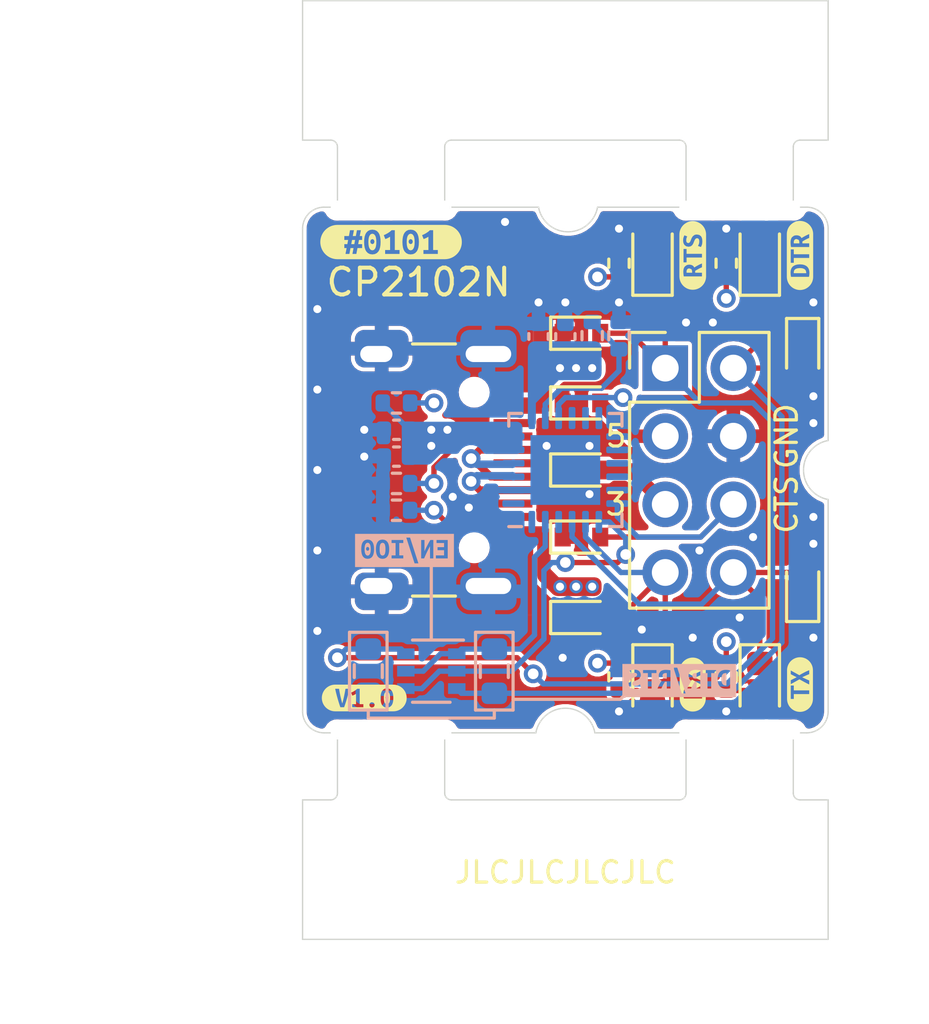
<source format=kicad_pcb>
(kicad_pcb (version 20211014) (generator pcbnew)
  (title_block (title "#0102 SERIAL-SP2102N") (date "2022-10-02") (rev "V1.0") (company "TileParts"))
  (layers (0 "F.Cu" signal) (1 "In1.Cu" signal) (2 "In2.Cu" signal) (31 "B.Cu" signal) (34 "B.Paste" user) (35 "F.Paste" user) (36 "B.SilkS" user "B.Silkscreen") (37 "F.SilkS" user "F.Silkscreen") (38 "B.Mask" user) (39 "F.Mask" user) (44 "Edge.Cuts" user))
  (net 0 "")
  (net 1 "VDD")
  (net 2 "GND")
  (net 3 "VBUS")
  (net 4 "/RXD")
  (net 5 "/TXD")
  (net 6 "/CTS")
  (net 7 "/DTR{slash}RESET")
  (net 8 "/RTS{slash}BOOT")
  (net 10 "Net-(J1-PadA5)")
  (net 11 "/D-")
  (net 12 "/D+")
  (net 14 "Net-(J1-PadB5)")
  (net 15 "Net-(R1-Pad2)")
  (net 16 "Net-(R3-Pad2)")
  (net 17 "/DTR")
  (net 18 "/RTS")
  (net 30 "Net-(D1-Pad2)")
  (net 31 "Net-(D2-Pad2)")
  (net 32 "Net-(D3-Pad2)")
  (net 33 "Net-(D4-Pad2)")
  (footprint "JLC-SMT:JLC_CRAFT_EDGE_3P" (layer "F.Cu") (at 116.5 119.795 180)
    (fp_text reference "REF**" hide)
    (fp_text value "JLC_CRAFT_EDGE")
    (pad "" np_thru_hole circle (at 2 0 180) (size 0.5 0.5) (drill 0.5) (layers *.Cu *.Mask))
    (pad "" np_thru_hole circle (at -2 0 180) (size 0.5 0.5) (drill 0.5) (layers *.Cu *.Mask))
    (pad "" np_thru_hole circle (at 1 0 180) (size 0.5 0.5) (drill 0.5) (layers *.Cu *.Mask))
    (pad "" np_thru_hole circle (at -1 0 180) (size 0.5 0.5) (drill 0.5) (layers *.Cu *.Mask))
    (pad "" np_thru_hole circle (at 0 0 180) (size 0.5 0.5) (drill 0.5) (layers *.Cu *.Mask))
  )
  (footprint "kibuzzard-63395349" (layer "F.Cu") (at 114.75 118 90)
    (fp_text reference "kibuzzard-63395349" hide)
    (fp_text value "G***" hide)
  )
  (footprint "JLC-SMT:JLC_CRAFT_EDGE_3P" (layer "F.Cu") (at 103.5 119.795 180)
    (fp_text reference "REF**" hide)
    (fp_text value "JLC_CRAFT_EDGE")
    (pad "" np_thru_hole circle (at -1 0 180) (size 0.5 0.5) (drill 0.5) (layers *.Cu *.Mask))
    (pad "" np_thru_hole circle (at 0 0 180) (size 0.5 0.5) (drill 0.5) (layers *.Cu *.Mask))
    (pad "" np_thru_hole circle (at 2 0 180) (size 0.5 0.5) (drill 0.5) (layers *.Cu *.Mask))
    (pad "" np_thru_hole circle (at -2 0 180) (size 0.5 0.5) (drill 0.5) (layers *.Cu *.Mask))
    (pad "" np_thru_hole circle (at 1 0 180) (size 0.5 0.5) (drill 0.5) (layers *.Cu *.Mask))
  )
  (footprint "LED_SMD:LED_0603_1608Metric" (layer "F.Cu") (at 117.25 118 -90)
    (fp_text reference "D1" hide)
    (fp_text value "LED_YEL")
    (pad "1" smd roundrect (at -0.7875 0 270) (size 0.875 0.95) (layers "F.Cu" "F.Paste" "F.Mask") (net 5 "/TXD"))
    (pad "2" smd roundrect (at 0.7875 0 270) (size 0.875 0.95) (layers "F.Cu" "F.Paste" "F.Mask") (net 30 "Net-(D1-Pad2)"))
  )
  (footprint "Resistor_SMD:R_0402_1005Metric" (layer "F.Cu") (at 116 102.29 90)
    (fp_text reference "R15" hide)
    (fp_text value "1.5K")
    (pad "1" smd roundrect (at -0.51 0 90) (size 0.54 0.64) (layers "F.Cu" "F.Paste" "F.Mask") (net 1 "VDD"))
    (pad "2" smd roundrect (at 0.51 0 90) (size 0.54 0.64) (layers "F.Cu" "F.Paste" "F.Mask") (net 33 "Net-(D4-Pad2)"))
  )
  (footprint "Diode_SMD:D_SOD-523" (layer "F.Cu") (at 110.6 110)
    (fp_text reference "D6" hide)
    (fp_text value "LESD5Z5.0CT1G")
    (pad "1" smd rect (at -0.7 0 180) (size 0.6 0.7) (layers "F.Cu" "F.Paste" "F.Mask") (net 2 "GND"))
    (pad "2" smd rect (at 0.7 0 180) (size 0.6 0.7) (layers "F.Cu" "F.Paste" "F.Mask") (net 1 "VDD"))
  )
  (footprint "JLC-SMT:HRO_TYPE-C-31-M-12" (layer "F.Cu") (at 106.6 110 -90)
    (fp_text reference "J1" hide)
    (fp_text value "USB-C")
    (pad "" np_thru_hole circle locked (at 2.9 0 270) (size 0.65 0.65) (drill 0.65) (layers F&B.Cu *.Mask))
    (pad "" np_thru_hole circle locked (at -2.9 0 270) (size 0.65 0.65) (drill 0.65) (layers F&B.Cu *.Mask))
    (pad "A1" smd rect locked (at -3.2 -1.445 270) (size 0.6 1.45) (layers "F.Cu" "F.Paste" "F.Mask") (net 2 "GND"))
    (pad "A4" smd rect locked (at -2.4 -1.445 270) (size 0.6 1.45) (layers "F.Cu" "F.Paste" "F.Mask") (net 3 "VBUS"))
    (pad "A5" smd rect locked (at -1.25 -1.445 270) (size 0.3 1.45) (layers "F.Cu" "F.Paste" "F.Mask") (net 10 "Net-(J1-PadA5)"))
    (pad "A6" smd rect locked (at -0.25 -1.445 270) (size 0.3 1.45) (layers "F.Cu" "F.Paste" "F.Mask") (net 12 "/D+"))
    (pad "A7" smd rect locked (at 0.25 -1.445 270) (size 0.3 1.45) (layers "F.Cu" "F.Paste" "F.Mask") (net 11 "/D-"))
    (pad "A8" smd rect locked (at 1.25 -1.445 270) (size 0.3 1.45) (layers "F.Cu" "F.Paste" "F.Mask"))
    (pad "A9" smd rect locked (at 2.4 -1.445 270) (size 0.6 1.45) (layers "F.Cu" "F.Paste" "F.Mask") (net 3 "VBUS"))
    (pad "A12" smd rect locked (at 3.2 -1.445 270) (size 0.6 1.45) (layers "F.Cu" "F.Paste" "F.Mask") (net 2 "GND"))
    (pad "B1" smd rect locked (at 3.2 -1.445 270) (size 0.6 1.45) (layers "F.Cu" "F.Paste" "F.Mask") (net 2 "GND"))
    (pad "B4" smd rect locked (at 2.4 -1.445 270) (size 0.6 1.45) (layers "F.Cu" "F.Paste" "F.Mask") (net 3 "VBUS"))
    (pad "B5" smd rect locked (at 1.75 -1.445 270) (size 0.3 1.45) (layers "F.Cu" "F.Paste" "F.Mask") (net 14 "Net-(J1-PadB5)"))
    (pad "B6" smd rect locked (at 0.75 -1.445 270) (size 0.3 1.45) (layers "F.Cu" "F.Paste" "F.Mask") (net 12 "/D+"))
    (pad "B7" smd rect locked (at -0.75 -1.445 270) (size 0.3 1.45) (layers "F.Cu" "F.Paste" "F.Mask") (net 11 "/D-"))
    (pad "B8" smd rect locked (at -1.75 -1.445 270) (size 0.3 1.45) (layers "F.Cu" "F.Paste" "F.Mask"))
    (pad "B9" smd rect locked (at -2.4 -1.445 270) (size 0.6 1.45) (layers "F.Cu" "F.Paste" "F.Mask") (net 3 "VBUS"))
    (pad "B12" smd rect locked (at -3.2 -1.445 270) (size 0.6 1.45) (layers "F.Cu" "F.Paste" "F.Mask") (net 2 "GND"))
    (pad "S1" thru_hole roundrect locked (at 4.325 -0.53 270) (size 1.4 2.1) (drill oval 0.6 1.7 (offset 0.2 0)) (layers *.Cu *.Mask) (net 2 "GND"))
    (pad "S1" thru_hole roundrect locked (at -4.325 3.65 270) (size 1.4 2) (drill oval 0.6 1.2 (offset -0.2 -0.2)) (layers *.Cu *.Mask) (net 2 "GND"))
    (pad "S1" thru_hole roundrect locked (at 4.325 3.65 270) (size 1.4 2) (drill oval 0.6 1.2 (offset 0.2 -0.2)) (layers *.Cu *.Mask) (net 2 "GND"))
    (pad "S1" thru_hole roundrect locked (at -4.325 -0.53 270) (size 1.4 2.1) (drill oval 0.6 1.7 (offset -0.2 0)) (layers *.Cu *.Mask) (net 2 "GND"))
  )
  (footprint "Diode_SMD:D_SOD-523" (layer "F.Cu") (at 110.6 115.5)
    (fp_text reference "D8" hide)
    (fp_text value "LESD5Z5.0CT1G")
    (pad "1" smd rect (at -0.7 0 180) (size 0.6 0.7) (layers "F.Cu" "F.Paste" "F.Mask") (net 2 "GND"))
    (pad "2" smd rect (at 0.7 0 180) (size 0.6 0.7) (layers "F.Cu" "F.Paste" "F.Mask") (net 4 "/RXD"))
  )
  (footprint "LED_SMD:LED_0603_1608Metric" (layer "F.Cu") (at 113.25 102 90)
    (fp_text reference "D3" hide)
    (fp_text value "LED_BLU")
    (pad "1" smd roundrect (at -0.7875 0 90) (size 0.875 0.95) (layers "F.Cu" "F.Paste" "F.Mask") (net 8 "/RTS{slash}BOOT"))
    (pad "2" smd roundrect (at 0.7875 0 90) (size 0.875 0.95) (layers "F.Cu" "F.Paste" "F.Mask") (net 32 "Net-(D3-Pad2)"))
  )
  (footprint "kibuzzard-6339534D" (layer "F.Cu") (at 118.75 118 90)
    (fp_text reference "kibuzzard-6339534D" hide)
    (fp_text value "G***" hide)
  )
  (footprint "Connector_PinHeader_2.54mm:PinHeader_2x04_P2.54mm_Vertical" (layer "F.Cu") (at 113.725 106.2)
    (fp_text reference "J2" hide)
    (fp_text value "Conn_02x04_Odd_Even")
    (pad "1" thru_hole rect locked (at 0 0) (size 1.7 1.7) (drill 1) (layers *.Cu *.Mask) (net 8 "/RTS{slash}BOOT"))
    (pad "2" thru_hole oval locked (at 2.54 0) (size 1.7 1.7) (drill 1) (layers *.Cu *.Mask) (net 7 "/DTR{slash}RESET"))
    (pad "3" thru_hole oval locked (at 0 2.54) (size 1.7 1.7) (drill 1) (layers *.Cu *.Mask) (net 3 "VBUS"))
    (pad "4" thru_hole oval locked (at 2.54 2.54) (size 1.7 1.7) (drill 1) (layers *.Cu *.Mask) (net 2 "GND"))
    (pad "5" thru_hole oval locked (at 0 5.08) (size 1.7 1.7) (drill 1) (layers *.Cu *.Mask) (net 1 "VDD"))
    (pad "6" thru_hole oval locked (at 2.54 5.08) (size 1.7 1.7) (drill 1) (layers *.Cu *.Mask) (net 6 "/CTS"))
    (pad "7" thru_hole oval locked (at 0 7.62) (size 1.7 1.7) (drill 1) (layers *.Cu *.Mask) (net 4 "/RXD"))
    (pad "8" thru_hole oval locked (at 2.54 7.62) (size 1.7 1.7) (drill 1) (layers *.Cu *.Mask) (net 5 "/TXD"))
  )
  (footprint "LED_SMD:LED_0603_1608Metric" (layer "F.Cu") (at 117.25 102 90)
    (fp_text reference "D4" hide)
    (fp_text value "LED_RED")
    (pad "1" smd roundrect (at -0.7875 0 90) (size 0.875 0.95) (layers "F.Cu" "F.Paste" "F.Mask") (net 7 "/DTR{slash}RESET"))
    (pad "2" smd roundrect (at 0.7875 0 90) (size 0.875 0.95) (layers "F.Cu" "F.Paste" "F.Mask") (net 33 "Net-(D4-Pad2)"))
  )
  (footprint "JLC-SMT:JLC_CRAFT_EDGE_3P" (layer "F.Cu") (at 103.5 100.205)
    (fp_text reference "REF**" hide)
    (fp_text value "JLC_CRAFT_EDGE")
    (pad "" np_thru_hole circle (at 1 0) (size 0.5 0.5) (drill 0.5) (layers *.Cu *.Mask))
    (pad "" np_thru_hole circle (at -2 0) (size 0.5 0.5) (drill 0.5) (layers *.Cu *.Mask))
    (pad "" np_thru_hole circle (at -1 0) (size 0.5 0.5) (drill 0.5) (layers *.Cu *.Mask))
    (pad "" np_thru_hole circle (at 0 0) (size 0.5 0.5) (drill 0.5) (layers *.Cu *.Mask))
    (pad "" np_thru_hole circle (at 2 0) (size 0.5 0.5) (drill 0.5) (layers *.Cu *.Mask))
  )
  (footprint "JLC-SMT:JLC_CRAFT_EDGE_3P" (layer "F.Cu") (at 116.5 100.205)
    (fp_text reference "REF**" hide)
    (fp_text value "JLC_CRAFT_EDGE")
    (pad "" np_thru_hole circle (at 2 0) (size 0.5 0.5) (drill 0.5) (layers *.Cu *.Mask))
    (pad "" np_thru_hole circle (at -2 0) (size 0.5 0.5) (drill 0.5) (layers *.Cu *.Mask))
    (pad "" np_thru_hole circle (at -1 0) (size 0.5 0.5) (drill 0.5) (layers *.Cu *.Mask))
    (pad "" np_thru_hole circle (at 1 0) (size 0.5 0.5) (drill 0.5) (layers *.Cu *.Mask))
    (pad "" np_thru_hole circle (at 0 0) (size 0.5 0.5) (drill 0.5) (layers *.Cu *.Mask))
  )
  (footprint "Resistor_SMD:R_0402_1005Metric" (layer "F.Cu") (at 116 117.71 -90)
    (fp_text reference "R12" hide)
    (fp_text value "1.5K")
    (pad "1" smd roundrect (at -0.51 0 270) (size 0.54 0.64) (layers "F.Cu" "F.Paste" "F.Mask") (net 1 "VDD"))
    (pad "2" smd roundrect (at 0.51 0 270) (size 0.54 0.64) (layers "F.Cu" "F.Paste" "F.Mask") (net 30 "Net-(D1-Pad2)"))
  )
  (footprint "Diode_SMD:D_SOD-523" (layer "F.Cu") (at 110.6 107.5)
    (fp_text reference "D5" hide)
    (fp_text value "LESD5Z5.0CT1G")
    (pad "1" smd rect (at -0.7 0 180) (size 0.6 0.7) (layers "F.Cu" "F.Paste" "F.Mask") (net 2 "GND"))
    (pad "2" smd rect (at 0.7 0 180) (size 0.6 0.7) (layers "F.Cu" "F.Paste" "F.Mask") (net 3 "VBUS"))
  )
  (footprint "kibuzzard-63353A37" (layer "F.Cu") (at 118.75 102 90)
    (fp_text reference "kibuzzard-63353A37" hide)
    (fp_text value "G***" hide)
  )
  (footprint "Diode_SMD:D_SOD-523" (layer "F.Cu") (at 118.85 105.5 -90)
    (fp_text reference "D10" hide)
    (fp_text value "LESD5Z5.0CT1G")
    (pad "1" smd rect (at -0.7 0 90) (size 0.6 0.7) (layers "F.Cu" "F.Paste" "F.Mask") (net 2 "GND"))
    (pad "2" smd rect (at 0.7 0 90) (size 0.6 0.7) (layers "F.Cu" "F.Paste" "F.Mask") (net 7 "/DTR{slash}RESET"))
  )
  (footprint "LED_SMD:LED_0603_1608Metric" (layer "F.Cu") (at 113.25 118 -90)
    (fp_text reference "D2" hide)
    (fp_text value "LED_YEL")
    (pad "1" smd roundrect (at -0.7875 0 270) (size 0.875 0.95) (layers "F.Cu" "F.Paste" "F.Mask") (net 4 "/RXD"))
    (pad "2" smd roundrect (at 0.7875 0 270) (size 0.875 0.95) (layers "F.Cu" "F.Paste" "F.Mask") (net 31 "Net-(D2-Pad2)"))
  )
  (footprint "Resistor_SMD:R_0402_1005Metric" (layer "F.Cu") (at 112 117.71 -90)
    (fp_text reference "R13" hide)
    (fp_text value "1.5K")
    (pad "1" smd roundrect (at -0.51 0 270) (size 0.54 0.64) (layers "F.Cu" "F.Paste" "F.Mask") (net 1 "VDD"))
    (pad "2" smd roundrect (at 0.51 0 270) (size 0.54 0.64) (layers "F.Cu" "F.Paste" "F.Mask") (net 31 "Net-(D2-Pad2)"))
  )
  (footprint "Diode_SMD:D_SOD-523" (layer "F.Cu") (at 110.6 112.5)
    (fp_text reference "D11" hide)
    (fp_text value "LESD5Z5.0CT1G")
    (pad "1" smd rect (at -0.7 0 180) (size 0.6 0.7) (layers "F.Cu" "F.Paste" "F.Mask") (net 2 "GND"))
    (pad "2" smd rect (at 0.7 0 180) (size 0.6 0.7) (layers "F.Cu" "F.Paste" "F.Mask") (net 6 "/CTS"))
  )
  (footprint "Diode_SMD:D_SOD-523" (layer "F.Cu") (at 110.6 104.9)
    (fp_text reference "D9" hide)
    (fp_text value "LESD5Z5.0CT1G")
    (pad "1" smd rect (at -0.7 0 180) (size 0.6 0.7) (layers "F.Cu" "F.Paste" "F.Mask") (net 2 "GND"))
    (pad "2" smd rect (at 0.7 0 180) (size 0.6 0.7) (layers "F.Cu" "F.Paste" "F.Mask") (net 8 "/RTS{slash}BOOT"))
  )
  (footprint "Diode_SMD:D_SOD-523" (layer "F.Cu") (at 118.85 114.5 90)
    (fp_text reference "D7" hide)
    (fp_text value "LESD5Z5.0CT1G")
    (pad "1" smd rect (at -0.7 0 270) (size 0.6 0.7) (layers "F.Cu" "F.Paste" "F.Mask") (net 2 "GND"))
    (pad "2" smd rect (at 0.68 0 270) (size 0.6 0.7) (layers "F.Cu" "F.Paste" "F.Mask") (net 5 "/TXD"))
  )
  (footprint "Resistor_SMD:R_0402_1005Metric" (layer "F.Cu") (at 112 102.29 90)
    (fp_text reference "R14" hide)
    (fp_text value "1.5K")
    (pad "1" smd roundrect (at -0.51 0 90) (size 0.54 0.64) (layers "F.Cu" "F.Paste" "F.Mask") (net 1 "VDD"))
    (pad "2" smd roundrect (at 0.51 0 90) (size 0.54 0.64) (layers "F.Cu" "F.Paste" "F.Mask") (net 32 "Net-(D3-Pad2)"))
  )
  (footprint "kibuzzard-63351A9D" (layer "F.Cu") (at 102.5 118.5)
    (fp_text reference "kibuzzard-63351A9D" hide)
    (fp_text value "G***" hide)
  )
  (footprint "kibuzzard-63353A29" (layer "F.Cu") (at 114.75 102 90)
    (fp_text reference "kibuzzard-63353A29" hide)
    (fp_text value "G***" hide)
  )
  (footprint "kibuzzard-63351A8A" (layer "F.Cu") (at 103.5 101.5)
    (fp_text reference "kibuzzard-63351A8A" hide)
    (fp_text value "G***" hide)
  )
  (footprint "kibuzzard-633A4DBF" (layer "B.Cu") (at 114.25 117.85 180)
    (fp_text reference "kibuzzard-633A4DBF" hide)
    (fp_text value "G***" hide)
  )
  (footprint "Capacitor_SMD:C_0402_1005Metric" (layer "B.Cu") (at 109 105.02 90)
    (fp_text reference "C4" hide)
    (fp_text value "0.1uF")
    (pad "1" smd roundrect (at -0.48 0 90) (size 0.56 0.62) (layers "B.Cu" "B.Paste" "B.Mask") (net 3 "VBUS"))
    (pad "2" smd roundrect (at 0.48 0 90) (size 0.56 0.62) (layers "B.Cu" "B.Paste" "B.Mask") (net 2 "GND"))
  )
  (footprint "Resistor_SMD:R_0603_1608Metric" (layer "B.Cu") (at 102.65 117.5 90)
    (fp_text reference "R9" hide)
    (fp_text value "0R(NC)")
    (pad "1" smd roundrect (at -0.825 0 90) (size 0.8 0.95) (layers "B.Cu" "B.Paste" "B.Mask") (net 18 "/RTS"))
    (pad "2" smd roundrect (at 0.825 0 90) (size 0.8 0.95) (layers "B.Cu" "B.Paste" "B.Mask") (net 8 "/RTS{slash}BOOT"))
  )
  (footprint "Resistor_SMD:R_0402_1005Metric" (layer "B.Cu") (at 103.7 110.5 180)
    (fp_text reference "R4" hide)
    (fp_text value "5.1K")
    (pad "1" smd roundrect (at -0.51 0 180) (size 0.54 0.64) (layers "B.Cu" "B.Paste" "B.Mask") (net 10 "Net-(J1-PadA5)"))
    (pad "2" smd roundrect (at 0.51 0 180) (size 0.54 0.64) (layers "B.Cu" "B.Paste" "B.Mask") (net 2 "GND"))
  )
  (footprint "Resistor_SMD:R_0402_1005Metric" (layer "B.Cu") (at 103.7 111.5 180)
    (fp_text reference "R5" hide)
    (fp_text value "5.1K")
    (pad "1" smd roundrect (at -0.51 0 180) (size 0.54 0.64) (layers "B.Cu" "B.Paste" "B.Mask") (net 14 "Net-(J1-PadB5)"))
    (pad "2" smd roundrect (at 0.51 0 180) (size 0.54 0.64) (layers "B.Cu" "B.Paste" "B.Mask") (net 2 "GND"))
  )
  (footprint "Resistor_SMD:R_0402_1005Metric" (layer "B.Cu") (at 103.7 107.5)
    (fp_text reference "R3" hide)
    (fp_text value "1K")
    (pad "1" smd roundrect (at -0.51 0) (size 0.54 0.64) (layers "B.Cu" "B.Paste" "B.Mask") (net 1 "VDD"))
    (pad "2" smd roundrect (at 0.51 0) (size 0.54 0.64) (layers "B.Cu" "B.Paste" "B.Mask") (net 16 "Net-(R3-Pad2)"))
  )
  (footprint "Package_TO_SOT_SMD:SOT-363_SC-70-6" (layer "B.Cu") (at 105 117.5 180)
    (fp_text reference "Q1" hide)
    (fp_text value "PUMH4,115")
    (pad "1" smd rect (at -0.95 0.65 180) (size 0.65 0.4) (layers "B.Cu" "B.Paste" "B.Mask") (net 17 "/DTR"))
    (pad "2" smd rect (at -0.95 0 180) (size 0.65 0.4) (layers "B.Cu" "B.Paste" "B.Mask") (net 18 "/RTS"))
    (pad "3" smd rect (at -0.95 -0.65 180) (size 0.65 0.4) (layers "B.Cu" "B.Paste" "B.Mask") (net 7 "/DTR{slash}RESET"))
    (pad "4" smd rect (at 0.95 -0.65 180) (size 0.65 0.4) (layers "B.Cu" "B.Paste" "B.Mask") (net 18 "/RTS"))
    (pad "5" smd rect (at 0.95 0 180) (size 0.65 0.4) (layers "B.Cu" "B.Paste" "B.Mask") (net 17 "/DTR"))
    (pad "6" smd rect (at 0.95 0.65 180) (size 0.65 0.4) (layers "B.Cu" "B.Paste" "B.Mask") (net 8 "/RTS{slash}BOOT"))
  )
  (footprint "Capacitor_SMD:C_0402_1005Metric" (layer "B.Cu") (at 110 105.02 90)
    (fp_text reference "C2" hide)
    (fp_text value "4.7uF")
    (pad "1" smd roundrect (at -0.48 0 90) (size 0.56 0.62) (layers "B.Cu" "B.Paste" "B.Mask") (net 3 "VBUS"))
    (pad "2" smd roundrect (at 0.48 0 90) (size 0.56 0.62) (layers "B.Cu" "B.Paste" "B.Mask") (net 2 "GND"))
  )
  (footprint "Capacitor_SMD:C_0402_1005Metric" (layer "B.Cu") (at 103.7 108.5 180)
    (fp_text reference "C1" hide)
    (fp_text value "4.7uF")
    (pad "1" smd roundrect (at -0.48 0 180) (size 0.56 0.62) (layers "B.Cu" "B.Paste" "B.Mask") (net 1 "VDD"))
    (pad "2" smd roundrect (at 0.48 0 180) (size 0.56 0.62) (layers "B.Cu" "B.Paste" "B.Mask") (net 2 "GND"))
  )
  (footprint "Resistor_SMD:R_0402_1005Metric" (layer "B.Cu") (at 111 104.99 90)
    (fp_text reference "R1" hide)
    (fp_text value "22.1K")
    (pad "1" smd roundrect (at -0.51 0 90) (size 0.54 0.64) (layers "B.Cu" "B.Paste" "B.Mask") (net 3 "VBUS"))
    (pad "2" smd roundrect (at 0.51 0 90) (size 0.54 0.64) (layers "B.Cu" "B.Paste" "B.Mask") (net 15 "Net-(R1-Pad2)"))
  )
  (footprint "Package_DFN_QFN:QFN-24-1EP_4x4mm_P0.5mm_EP2.6x2.6mm" (layer "B.Cu") (at 110 110)
    (fp_text reference "U1" hide)
    (fp_text value "CP2102N-A02-GQFN24")
    (pad "1" smd roundrect locked (at -1.9375 1.25) (size 0.825 0.25) (layers "B.Cu" "B.Paste" "B.Mask"))
    (pad "2" smd roundrect locked (at -1.9375 0.75) (size 0.825 0.25) (layers "B.Cu" "B.Paste" "B.Mask") (net 2 "GND"))
    (pad "3" smd roundrect locked (at -1.9375 0.25) (size 0.825 0.25) (layers "B.Cu" "B.Paste" "B.Mask") (net 12 "/D+"))
    (pad "4" smd roundrect locked (at -1.9375 -0.25) (size 0.825 0.25) (layers "B.Cu" "B.Paste" "B.Mask") (net 11 "/D-"))
    (pad "5" smd roundrect locked (at -1.9375 -0.75) (size 0.825 0.25) (layers "B.Cu" "B.Paste" "B.Mask") (net 1 "VDD"))
    (pad "6" smd roundrect locked (at -1.9375 -1.25) (size 0.825 0.25) (layers "B.Cu" "B.Paste" "B.Mask") (net 1 "VDD"))
    (pad "7" smd roundrect locked (at -1.25 -1.9375) (size 0.25 0.825) (layers "B.Cu" "B.Paste" "B.Mask") (net 3 "VBUS"))
    (pad "8" smd roundrect locked (at -0.75 -1.9375) (size 0.25 0.825) (layers "B.Cu" "B.Paste" "B.Mask") (net 15 "Net-(R1-Pad2)"))
    (pad "9" smd roundrect locked (at -0.25 -1.9375) (size 0.25 0.825) (layers "B.Cu" "B.Paste" "B.Mask") (net 16 "Net-(R3-Pad2)"))
    (pad "10" smd roundrect locked (at 0.25 -1.9375) (size 0.25 0.825) (layers "B.Cu" "B.Paste" "B.Mask"))
    (pad "11" smd roundrect locked (at 0.75 -1.9375) (size 0.25 0.825) (layers "B.Cu" "B.Paste" "B.Mask"))
    (pad "12" smd roundrect locked (at 1.25 -1.9375) (size 0.25 0.825) (layers "B.Cu" "B.Paste" "B.Mask"))
    (pad "13" smd roundrect locked (at 1.9375 -1.25) (size 0.825 0.25) (layers "B.Cu" "B.Paste" "B.Mask"))
    (pad "14" smd roundrect locked (at 1.9375 -0.75) (size 0.825 0.25) (layers "B.Cu" "B.Paste" "B.Mask"))
    (pad "15" smd roundrect locked (at 1.9375 -0.25) (size 0.825 0.25) (layers "B.Cu" "B.Paste" "B.Mask"))
    (pad "16" smd roundrect locked (at 1.9375 0.25) (size 0.825 0.25) (layers "B.Cu" "B.Paste" "B.Mask"))
    (pad "17" smd roundrect locked (at 1.9375 0.75) (size 0.825 0.25) (layers "B.Cu" "B.Paste" "B.Mask"))
    (pad "18" smd roundrect locked (at 1.9375 1.25) (size 0.825 0.25) (layers "B.Cu" "B.Paste" "B.Mask") (net 6 "/CTS"))
    (pad "19" smd roundrect locked (at 1.25 1.9375) (size 0.25 0.825) (layers "B.Cu" "B.Paste" "B.Mask") (net 18 "/RTS"))
    (pad "20" smd roundrect locked (at 0.75 1.9375) (size 0.25 0.825) (layers "B.Cu" "B.Paste" "B.Mask") (net 4 "/RXD"))
    (pad "21" smd roundrect locked (at 0.25 1.9375) (size 0.25 0.825) (layers "B.Cu" "B.Paste" "B.Mask") (net 5 "/TXD"))
    (pad "22" smd roundrect locked (at -0.25 1.9375) (size 0.25 0.825) (layers "B.Cu" "B.Paste" "B.Mask"))
    (pad "23" smd roundrect locked (at -0.75 1.9375) (size 0.25 0.825) (layers "B.Cu" "B.Paste" "B.Mask") (net 17 "/DTR"))
    (pad "24" smd roundrect locked (at -1.25 1.9375) (size 0.25 0.825) (layers "B.Cu" "B.Paste" "B.Mask"))
    (pad "25" smd rect locked (at 0 0) (size 2.6 2.6) (layers "B.Cu" "B.Mask") (net 2 "GND"))
  )
  (footprint "kibuzzard-633A4E09" (layer "B.Cu") (at 104 113 180)
    (fp_text reference "kibuzzard-633A4E09" hide)
    (fp_text value "G***" hide)
  )
  (footprint "Resistor_SMD:R_0603_1608Metric" (layer "B.Cu") (at 107.35 117.5 -90)
    (fp_text reference "R8" hide)
    (fp_text value "0R(NC)")
    (pad "1" smd roundrect (at -0.825 0 270) (size 0.8 0.95) (layers "B.Cu" "B.Paste" "B.Mask") (net 17 "/DTR"))
    (pad "2" smd roundrect (at 0.825 0 270) (size 0.8 0.95) (layers "B.Cu" "B.Paste" "B.Mask") (net 7 "/DTR{slash}RESET"))
  )
  (footprint "Capacitor_SMD:C_0402_1005Metric" (layer "B.Cu") (at 103.7 109.5 180)
    (fp_text reference "C3" hide)
    (fp_text value "0.1uF")
    (pad "1" smd roundrect (at -0.48 0 180) (size 0.56 0.62) (layers "B.Cu" "B.Paste" "B.Mask") (net 1 "VDD"))
    (pad "2" smd roundrect (at 0.48 0 180) (size 0.56 0.62) (layers "B.Cu" "B.Paste" "B.Mask") (net 2 "GND"))
  )
  (footprint "Resistor_SMD:R_0402_1005Metric" (layer "B.Cu") (at 112 104.99 90)
    (fp_text reference "R2" hide)
    (fp_text value "47.5K")
    (pad "1" smd roundrect (at -0.51 0 90) (size 0.54 0.64) (layers "B.Cu" "B.Paste" "B.Mask") (net 15 "Net-(R1-Pad2)"))
    (pad "2" smd roundrect (at 0.51 0 90) (size 0.54 0.64) (layers "B.Cu" "B.Paste" "B.Mask") (net 2 "GND"))
  )
  (gr_line (start 102.65 119.25) (end 107.35 119.25) (layer "B.SilkS") (width 0.12))
  (gr_line (start 101.95 118.95) (end 101.95 116.05) (layer "B.SilkS") (width 0.12))
  (gr_line (start 102.65 118.95) (end 102.65 119.25) (layer "B.SilkS") (width 0.12))
  (gr_line (start 112.25 118.35) (end 112.05 118.55) (layer "B.SilkS") (width 0.12))
  (gr_line (start 112.05 118.55) (end 108.05 118.55) (layer "B.SilkS") (width 0.12))
  (gr_line (start 105 116.3) (end 105 113.6) (layer "B.SilkS") (width 0.12))
  (gr_line (start 103.35 116.05) (end 103.35 118.95) (layer "B.SilkS") (width 0.12))
  (gr_line (start 106.65 116.05) (end 108.05 116.05) (layer "B.SilkS") (width 0.12))
  (gr_line (start 103.35 116.05) (end 101.95 116.05) (layer "B.SilkS") (width 0.12))
  (gr_line (start 108.05 118.95) (end 106.65 118.95) (layer "B.SilkS") (width 0.12))
  (gr_line (start 108.05 116.05) (end 108.05 118.95) (layer "B.SilkS") (width 0.12))
  (gr_line (start 106.65 116.05) (end 106.65 118.95) (layer "B.SilkS") (width 0.12))
  (gr_line (start 103.35 118.95) (end 101.95 118.95) (layer "B.SilkS") (width 0.12))
  (gr_line (start 107.35 118.95) (end 107.35 119.25) (layer "B.SilkS") (width 0.12))
  (gr_line (start 109 100.2) (end 105.5 100.2) (layer "Edge.Cuts") (width 0.05))
  (gr_line (start 100.2 101) (end 100.2 119) (layer "Edge.Cuts") (width 0.05))
  (gr_line (start 105.5 97.95) (end 105.5 100.2) (layer "Edge.Cuts") (width 0.05))
  (gr_line (start 101.5 100.2) (end 101.5 97.95) (layer "Edge.Cuts") (width 0.05))
  (gr_line (start 100.2 127.5) (end 100.2 122.3) (layer "Edge.Cuts") (width 0.05))
  (gr_line (start 114.5 122.05) (end 114.5 119.8) (layer "Edge.Cuts") (width 0.05))
  (gr_line (start 118.75 122.3) (end 119.8 122.3) (layer "Edge.Cuts") (width 0.05))
  (gr_line (start 114.25 97.7) (end 105.75 97.7) (layer "Edge.Cuts") (width 0.05))
  (gr_line (start 114.5 100.2) (end 114.5 97.95) (layer "Edge.Cuts") (width 0.05))
  (gr_arc (start 100.2 101) (mid 100.434315 100.434315) (end 101 100.2) (layer "Edge.Cuts") (width 0.05))
  (gr_line (start 100.2 92.5) (end 119.8 92.5) (layer "Edge.Cuts") (width 0.05))
  (gr_line (start 105.5 119.8) (end 105.5 122.05) (layer "Edge.Cuts") (width 0.05))
  (gr_line (start 119.8 122.3) (end 119.8 127.5) (layer "Edge.Cuts") (width 0.05))
  (gr_line (start 111.2 100.2) (end 114.5 100.2) (layer "Edge.Cuts") (width 0.05))
  (gr_arc (start 101.5 122.05) (mid 101.426777 122.226777) (end 101.25 122.3) (layer "Edge.Cuts") (width 0.05))
  (gr_line (start 100.2 97.7) (end 100.2 92.5) (layer "Edge.Cuts") (width 0.05))
  (gr_line (start 101.5 119.8) (end 101.5 122.05) (layer "Edge.Cuts") (width 0.05))
  (gr_arc (start 119.8 119) (mid 119.565685 119.565685) (end 119 119.8) (layer "Edge.Cuts") (width 0.05))
  (gr_arc (start 114.25 97.7) (mid 114.426777 97.773223) (end 114.5 97.95) (layer "Edge.Cuts") (width 0.05))
  (gr_arc (start 111.199999 100.2) (mid 110.1 101.118033) (end 109.000001 100.2) (layer "Edge.Cuts") (width 0.05))
  (gr_line (start 118.5 100.2) (end 118.5 97.95) (layer "Edge.Cuts") (width 0.05))
  (gr_line (start 100.2 122.3) (end 101.25 122.3) (layer "Edge.Cuts") (width 0.05))
  (gr_arc (start 105.5 97.95) (mid 105.573223 97.773223) (end 105.75 97.7) (layer "Edge.Cuts") (width 0.05))
  (gr_line (start 118.5 100.2) (end 119 100.2) (layer "Edge.Cuts") (width 0.05))
  (gr_line (start 119.8 127.5) (end 100.2 127.5) (layer "Edge.Cuts") (width 0.05))
  (gr_line (start 119.8 97.7) (end 118.75 97.7) (layer "Edge.Cuts") (width 0.05))
  (gr_line (start 119.8 119) (end 119.8 111.1) (layer "Edge.Cuts") (width 0.05))
  (gr_line (start 119.8 101) (end 119.8 108.9) (layer "Edge.Cuts") (width 0.05))
  (gr_arc (start 101.25 97.7) (mid 101.426777 97.773223) (end 101.5 97.95) (layer "Edge.Cuts") (width 0.05))
  (gr_arc (start 119 100.2) (mid 119.565685 100.434315) (end 119.8 101) (layer "Edge.Cuts") (width 0.05))
  (gr_arc (start 119.8 111.099999) (mid 118.881967 110) (end 119.8 108.900001) (layer "Edge.Cuts") (width 0.05))
  (gr_line (start 105.75 122.3) (end 114.25 122.3) (layer "Edge.Cuts") (width 0.05))
  (gr_arc (start 101 119.8) (mid 100.434315 119.565685) (end 100.2 119) (layer "Edge.Cuts") (width 0.05))
  (gr_line (start 118.5 119.8) (end 118.5 122.05) (layer "Edge.Cuts") (width 0.05))
  (gr_arc (start 105.75 122.3) (mid 105.573223 122.226777) (end 105.5 122.05) (layer "Edge.Cuts") (width 0.05))
  (gr_line (start 105.5 119.8) (end 108.9 119.8) (layer "Edge.Cuts") (width 0.05))
  (gr_line (start 101 119.8) (end 101.5 119.8) (layer "Edge.Cuts") (width 0.05))
  (gr_line (start 101.25 97.7) (end 100.2 97.7) (layer "Edge.Cuts") (width 0.05))
  (gr_arc (start 114.5 122.05) (mid 114.426777 122.226777) (end 114.25 122.3) (layer "Edge.Cuts") (width 0.05))
  (gr_arc (start 118.75 122.3) (mid 118.573223 122.226777) (end 118.5 122.05) (layer "Edge.Cuts") (width 0.05))
  (gr_arc (start 108.900001 119.8) (mid 110 118.881967) (end 111.099999 119.8) (layer "Edge.Cuts") (width 0.05))
  (gr_line (start 114.5 119.8) (end 111.1 119.8) (layer "Edge.Cuts") (width 0.05))
  (gr_line (start 101 100.2) (end 101.5 100.2) (layer "Edge.Cuts") (width 0.05))
  (gr_line (start 119.8 92.5) (end 119.8 97.7) (layer "Edge.Cuts") (width 0.05))
  (gr_line (start 119 119.8) (end 118.5 119.8) (layer "Edge.Cuts") (width 0.05))
  (gr_arc (start 118.5 97.95) (mid 118.573223 97.773223) (end 118.75 97.7) (layer "Edge.Cuts") (width 0.05))
  (gr_text "CTS" (at 118.25 111.28 90) (layer "F.SilkS") (effects (font (size 0.8 0.8) (thickness 0.12))))
  (gr_text "CP2102N" (at 101 103) (layer "F.SilkS") (effects (font (size 1 1)) (justify left)))
  (gr_text "5" (at 112.35 108.74) (layer "F.SilkS") (effects (font (size 0.8 0.8) (thickness 0.12)) (justify right)))
  (gr_text "GND" (at 118.25 108.74 90) (layer "F.SilkS") (effects (font (size 0.8 0.8) (thickness 0.12))))
  (gr_text "3" (at 112.35 111.28) (layer "F.SilkS") (effects (font (size 0.8 0.8) (thickness 0.12)) (justify right)))
  (gr_text "JLCJLCJLCJLC" (at 110 125) (layer "F.SilkS") (effects (font (size 0.8 0.8) (thickness 0.12))))
  (segment (start 112.445 110) (end 113.725 111.28) (width 0.5) (layer "F.Cu") (net 1))
  (segment (start 116 102.8) (end 116 103.6) (width 0.2) (layer "F.Cu") (net 1))
  (segment (start 112 102.8) (end 111.2 102.8) (width 0.2) (layer "F.Cu") (net 1))
  (segment (start 116 117.2) (end 116 116.4) (width 0.2) (layer "F.Cu") (net 1))
  (segment (start 112 117.2) (end 111.2 117.2) (width 0.2) (layer "F.Cu") (net 1))
  (segment (start 111.3 110) (end 112.445 110) (width 0.5) (layer "F.Cu") (net 1))
  (via (at 116 103.6) (size 0.7) (drill 0.4) (layers "F.Cu" "B.Cu") (net 1))
  (via (at 111.2 117.2) (size 0.7) (drill 0.4) (layers "F.Cu" "B.Cu") (net 1))
  (via (at 105 109.1) (size 0.5) (drill 0.3) (layers "F.Cu" "B.Cu") (net 1))
  (via (at 105 108.5) (size 0.5) (drill 0.3) (layers "F.Cu" "B.Cu") (net 1))
  (via (at 105.6 108.5) (size 0.5) (drill 0.3) (layers "F.Cu" "B.Cu") (net 1))
  (via (at 116 116.4) (size 0.7) (drill 0.4) (layers "F.Cu" "B.Cu") (net 1))
  (via (at 111.2 102.8) (size 0.7) (drill 0.4) (layers "F.Cu" "B.Cu") (net 1))
  (segment (start 103.19 107.5) (end 103.19 107.51) (width 0.2) (layer "B.Cu") (net 1))
  (segment (start 103.19 107.51) (end 104.18 108.5) (width 0.2) (layer "B.Cu") (net 1))
  (via (at 119.25 103.75) (size 0.5) (drill 0.3) (layers "F.Cu" "B.Cu") (net 2))
  (via (at 100.75 107) (size 0.5) (drill 0.3) (layers "F.Cu" "B.Cu") (net 2))
  (via (at 100.75 110) (size 0.5) (drill 0.3) (layers "F.Cu" "B.Cu") (net 2))
  (via (at 119.25 112.75) (size 0.5) (drill 0.3) (layers "F.Cu" "B.Cu") (net 2))
  (via (at 116 101) (size 0.5) (drill 0.3) (layers "F.Cu" "B.Cu") (net 2))
  (via (at 109 103.75) (size 0.5) (drill 0.3) (layers "F.Cu" "B.Cu") (net 2))
  (via (at 106.4 111.4) (size 0.5) (drill 0.3) (layers "F.Cu" "B.Cu") (net 2))
  (via (at 112.85 115.95) (size 0.5) (drill 0.3) (layers "F.Cu" "B.Cu") (net 2))
  (via (at 109.9 117) (size 0.5) (drill 0.3) (layers "F.Cu" "B.Cu") (net 2))
  (via (at 110.9 109.1) (size 0.5) (drill 0.3) (layers "F.Cu" "B.Cu") (net 2))
  (via (at 112 119) (size 0.5) (drill 0.3) (layers "F.Cu" "B.Cu") (net 2))
  (via (at 112 103.75) (size 0.5) (drill 0.3) (layers "F.Cu" "B.Cu") (net 2))
  (via (at 116.5 115.5) (size 0.5) (drill 0.3) (layers "F.Cu" "B.Cu") (net 2))
  (via (at 119.25 107.25) (size 0.5) (drill 0.3) (layers "F.Cu" "B.Cu") (net 2))
  (via (at 119.25 111.75) (size 0.5) (drill 0.3) (layers "F.Cu" "B.Cu") (net 2))
  (via (at 110.9 110.9) (size 0.5) (drill 0.3) (layers "F.Cu" "B.Cu") (net 2))
  (via (at 105.8 111) (size 0.5) (drill 0.3) (layers "F.Cu" "B.Cu") (net 2))
  (via (at 100.75 104) (size 0.5) (drill 0.3) (layers "F.Cu" "B.Cu") (net 2))
  (via (at 107.75 100.75) (size 0.5) (drill 0.3) (layers "F.Cu" "B.Cu") (net 2))
  (via (at 102.5 108.5) (size 0.5) (drill 0.3) (layers "F.Cu" "B.Cu") (net 2))
  (via (at 114.75 116.25) (size 0.5) (drill 0.3) (layers "F.Cu" "B.Cu") (net 2))
  (via (at 102.5 109.5) (size 0.5) (drill 0.3) (layers "F.Cu" "B.Cu") (net 2))
  (via (at 117 112.5) (size 0.5) (drill 0.3) (layers "F.Cu" "B.Cu") (net 2))
  (via (at 112 101) (size 0.5) (drill 0.3) (layers "F.Cu" "B.Cu") (net 2))
  (via (at 114.5 104.5) (size 0.5) (drill 0.3) (layers "F.Cu" "B.Cu") (net 2))
  (via (at 119.25 116.25) (size 0.5) (drill 0.3) (layers "F.Cu" "B.Cu") (net 2))
  (via (at 116 119) (size 0.5) (drill 0.3) (layers "F.Cu" "B.Cu") (net 2))
  (via (at 115.5 104.5) (size 0.5) (drill 0.3) (layers "F.Cu" "B.Cu") (net 2))
  (via (at 100.75 116) (size 0.5) (drill 0.3) (layers "F.Cu" "B.Cu") (net 2))
  (via (at 100.75 113) (size 0.5) (drill 0.3) (layers "F.Cu" "B.Cu") (net 2))
  (via (at 110 103.75) (size 0.5) (drill 0.3) (layers "F.Cu" "B.Cu") (net 2))
  (via (at 109.3 109.1) (size 0.5) (drill 0.3) (layers "F.Cu" "B.Cu") (net 2))
  (via (at 115 113) (size 0.5) (drill 0.3) (layers "F.Cu" "B.Cu") (net 2))
  (via (at 119.25 108.25) (size 0.5) (drill 0.3) (layers "F.Cu" "B.Cu") (net 2))
  (segment (start 108.0625 110.75) (end 107.05 110.75) (width 0.25) (layer "B.Cu") (net 2))
  (segment (start 107.05 110.75) (end 106.4 111.4) (width 0.25) (layer "B.Cu") (net 2))
  (segment (start 108.0625 110.75) (end 109.25 110.75) (width 0.25) (layer "B.Cu") (net 2))
  (segment (start 109.25 110.75) (end 110 110) (width 0.25) (layer "B.Cu") (net 2))
  (segment (start 112.529339 108.74) (end 113.725 108.74) (width 0.5) (layer "F.Cu") (net 3))
  (segment (start 111.3 107.510661) (end 112.529339 108.74) (width 0.5) (layer "F.Cu") (net 3))
  (segment (start 111.3 107.5) (end 111.3 107.510661) (width 0.5) (layer "F.Cu") (net 3))
  (via (at 110.4 114.35) (size 0.5) (drill 0.3) (layers "F.Cu" "B.Cu") (net 3))
  (via (at 110.4 106.2) (size 0.5) (drill 0.3) (layers "F.Cu" "B.Cu") (net 3))
  (via (at 111 114.35) (size 0.5) (drill 0.3) (layers "F.Cu" "B.Cu") (net 3))
  (via (at 109.8 106.2) (size 0.5) (drill 0.3) (layers "F.Cu" "B.Cu") (net 3))
  (via (at 111 106.2) (size 0.5) (drill 0.3) (layers "F.Cu" "B.Cu") (net 3))
  (via (at 109.8 114.35) (size 0.5) (drill 0.3) (layers "F.Cu" "B.Cu") (net 3))
  (segment (start 113.25 117.2125) (end 113.725 116.7375) (width 0.2) (layer "F.Cu") (net 4))
  (segment (start 113.725 116.7375) (end 113.725 113.82) (width 0.2) (layer "F.Cu") (net 4))
  (segment (start 111.3 115.5) (end 112.045 115.5) (width 0.2) (layer "F.Cu") (net 4))
  (segment (start 112.045 115.5) (end 113.725 113.82) (width 0.2) (layer "F.Cu") (net 4))
  (segment (start 110.75 111.9375) (end 110.75 112.498529) (width 0.2) (layer "B.Cu") (net 4))
  (segment (start 110.75 112.498529) (end 112.071471 113.82) (width 0.2) (layer "B.Cu") (net 4))
  (segment (start 112.071471 113.82) (end 113.725 113.82) (width 0.2) (layer "B.Cu") (net 4))
  (segment (start 118.85 113.82) (end 116.265 113.82) (width 0.2) (layer "F.Cu") (net 5))
  (segment (start 117.25 114.805) (end 116.265 113.82) (width 0.2) (layer "F.Cu") (net 5))
  (segment (start 117.25 117.2125) (end 117.25 114.805) (width 0.2) (layer "F.Cu") (net 5))
  (segment (start 115.085 115) (end 116.265 113.82) (width 0.2) (layer "B.Cu") (net 5))
  (segment (start 110.25 111.9375) (end 110.25 112.5) (width 0.2) (layer "B.Cu") (net 5))
  (segment (start 110.25 112.5) (end 112.75 115) (width 0.2) (layer "B.Cu") (net 5))
  (segment (start 112.75 115) (end 115.085 115) (width 0.2) (layer "B.Cu") (net 5))
  (segment (start 111.3 112.5) (end 115.045 112.5) (width 0.2) (layer "F.Cu") (net 6))
  (segment (start 115.045 112.5) (end 116.265 111.28) (width 0.2) (layer "F.Cu") (net 6))
  (segment (start 111.9375 111.25) (end 111.9375 111.7375) (width 0.2) (layer "B.Cu") (net 6))
  (segment (start 111.9375 111.7375) (end 112.7 112.5) (width 0.2) (layer "B.Cu") (net 6))
  (segment (start 112.7 112.5) (end 115.045 112.5) (width 0.2) (layer "B.Cu") (net 6))
  (segment (start 115.045 112.5) (end 116.265 111.28) (width 0.2) (layer "B.Cu") (net 6))
  (segment (start 118.85 106.2) (end 116.265 106.2) (width 0.2) (layer "F.Cu") (net 7))
  (segment (start 116.265 106.2) (end 117.25 105.215) (width 0.2) (layer "F.Cu") (net 7))
  (segment (start 117.25 105.215) (end 117.25 102.7875) (width 0.2) (layer "F.Cu") (net 7))
  (segment (start 116.175 118.325) (end 118.075 116.425) (width 0.2) (layer "B.Cu") (net 7))
  (segment (start 118.075 116.425) (end 118.075 108.01) (width 0.2) (layer "B.Cu") (net 7))
  (segment (start 106.125 118.325) (end 105.95 118.15) (width 0.2) (layer "B.Cu") (net 7))
  (segment (start 106.125 118.325) (end 107.35 118.325) (width 0.2) (layer "B.Cu") (net 7))
  (segment (start 118.075 108.01) (end 116.265 106.2) (width 0.2) (layer "B.Cu") (net 7))
  (segment (start 107.35 118.325) (end 116.175 118.325) (width 0.2) (layer "B.Cu") (net 7))
  (segment (start 111.3 104.9) (end 112.425 104.9) (width 0.2) (layer "F.Cu") (net 8))
  (segment (start 108.2 117) (end 101.5 117) (width 0.2) (layer "F.Cu") (net 8))
  (segment (start 112.425 104.9) (end 113.725 106.2) (width 0.2) (layer "F.Cu") (net 8))
  (segment (start 113.725 103.2625) (end 113.725 106.2) (width 0.2) (layer "F.Cu") (net 8))
  (segment (start 113.25 102.7875) (end 113.725 103.2625) (width 0.2) (layer "F.Cu") (net 8))
  (segment (start 108.8 117.6) (end 108.2 117) (width 0.2) (layer "F.Cu") (net 8))
  (via (at 101.5 117) (size 0.7) (drill 0.4) (layers "F.Cu" "B.Cu") (net 8))
  (via (at 108.8 117.6) (size 0.7) (drill 0.4) (layers "F.Cu" "B.Cu") (net 8))
  (segment (start 116.025 117.975) (end 110.75 117.975) (width 0.2) (layer "B.Cu") (net 8))
  (segment (start 117.725 108.225) (end 117.725 116.275) (width 0.2) (layer "B.Cu") (net 8))
  (segment (start 109.175 117.975) (end 108.8 117.6) (width 0.2) (layer "B.Cu") (net 8))
  (segment (start 117 107.5) (end 117.725 108.225) (width 0.2) (layer "B.Cu") (net 8))
  (segment (start 117.725 116.275) (end 117 117) (width 0.2) (layer "B.Cu") (net 8))
  (segment (start 103.875 116.675) (end 104.05 116.85) (width 0.2) (layer "B.Cu") (net 8))
  (segment (start 113.725 106.2) (end 115.025 107.5) (width 0.2) (layer "B.Cu") (net 8))
  (segment (start 101.825 116.675) (end 102.65 116.675) (width 0.2) (layer "B.Cu") (net 8))
  (segment (start 110.75 117.975) (end 109.175 117.975) (width 0.2) (layer "B.Cu") (net 8))
  (segment (start 115.025 107.5) (end 117 107.5) (width 0.2) (layer "B.Cu") (net 8))
  (segment (start 103.875 116.675) (end 102.65 116.675) (width 0.2) (layer "B.Cu") (net 8))
  (segment (start 117 117) (end 116.025 117.975) (width 0.2) (layer "B.Cu") (net 8))
  (segment (start 101.825 116.675) (end 101.5 117) (width 0.2) (layer "B.Cu") (net 8))
  (segment (start 106.25 108.75) (end 105.2 109.8) (width 0.2) (layer "F.Cu") (net 10))
  (segment (start 108.045 108.75) (end 106.25 108.75) (width 0.2) (layer "F.Cu") (net 10))
  (segment (start 105.2 109.8) (end 105.1 109.9) (width 0.2) (layer "F.Cu") (net 10))
  (segment (start 105.1 109.9) (end 105.1 110.5) (width 0.2) (layer "F.Cu") (net 10))
  (via (at 105.1 110.5) (size 0.7) (drill 0.4) (layers "F.Cu" "B.Cu") (net 10))
  (segment (start 105.1 110.5) (end 104.21 110.5) (width 0.2) (layer "B.Cu") (net 10))
  (segment (start 106.540639 109.575) (end 106.485542 109.575) (width 0.28) (layer "F.Cu") (net 11))
  (segment (start 108.045 110.25) (end 107.215639 110.25) (width 0.28) (layer "F.Cu") (net 11))
  (segment (start 106.810542 109.25) (end 106.485542 109.575) (width 0.28) (layer "F.Cu") (net 11))
  (segment (start 107.215639 110.25) (end 106.540639 109.575) (width 0.28) (layer "F.Cu") (net 11))
  (segment (start 108.045 109.25) (end 106.810542 109.25) (width 0.28) (layer "F.Cu") (net 11))
  (via (at 106.485542 109.575) (size 0.7) (drill 0.4) (layers "F.Cu" "B.Cu") (net 11))
  (segment (start 108.0275 109.785) (end 106.695542 109.785) (width 0.28) (layer "B.Cu") (net 11))
  (segment (start 106.695542 109.785) (end 106.485542 109.575) (width 0.28) (layer "B.Cu") (net 11))
  (segment (start 108.0625 109.75) (end 108.0275 109.785) (width 0.28) (layer "B.Cu") (net 11))
  (segment (start 108.045 109.75) (end 108.85 109.75) (width 0.28) (layer "F.Cu") (net 12))
  (segment (start 109.06 110.54) (end 108.85 110.75) (width 0.28) (layer "F.Cu") (net 12))
  (segment (start 109.06 109.96) (end 109.06 110.54) (width 0.28) (layer "F.Cu") (net 12))
  (segment (start 108.85 109.75) (end 109.06 109.96) (width 0.28) (layer "F.Cu") (net 12))
  (segment (start 106.810542 110.75) (end 106.485542 110.425) (width 0.28) (layer "F.Cu") (net 12))
  (segment (start 108.85 110.75) (end 108.045 110.75) (width 0.28) (layer "F.Cu") (net 12))
  (segment (start 108.045 110.75) (end 106.810542 110.75) (width 0.28) (layer "F.Cu") (net 12))
  (via (at 106.485542 110.425) (size 0.7) (drill 0.4) (layers "F.Cu" "B.Cu") (net 12))
  (segment (start 106.695542 110.215) (end 106.485542 110.425) (width 0.28) (layer "B.Cu") (net 12))
  (segment (start 108.0275 110.215) (end 106.695542 110.215) (width 0.28) (layer "B.Cu") (net 12))
  (segment (start 108.0625 110.25) (end 108.0275 110.215) (width 0.28) (layer "B.Cu") (net 12))
  (segment (start 107 111.75) (end 108.045 111.75) (width 0.2) (layer "F.Cu") (net 14))
  (segment (start 105.1 111.5) (end 105.7 112.1) (width 0.2) (layer "F.Cu") (net 14))
  (segment (start 106.65 112.1) (end 107 111.75) (width 0.2) (layer "F.Cu") (net 14))
  (segment (start 105.7 112.1) (end 106.65 112.1) (width 0.2) (layer "F.Cu") (net 14))
  (via (at 105.1 111.5) (size 0.7) (drill 0.4) (layers "F.Cu" "B.Cu") (net 14))
  (segment (start 104.21 111.5) (end 105.1 111.5) (width 0.2) (layer "B.Cu") (net 14))
  (segment (start 109.25 108.0625) (end 109.25 107.55) (width 0.2) (layer "B.Cu") (net 15))
  (segment (start 109.85 106.95) (end 111.35 106.95) (width 0.2) (layer "B.Cu") (net 15))
  (segment (start 112 106.3) (end 112 105.5) (width 0.2) (layer "B.Cu") (net 15))
  (segment (start 111 104.5) (end 112 105.5) (width 0.2) (layer "B.Cu") (net 15))
  (segment (start 109.25 107.55) (end 109.85 106.95) (width 0.2) (layer "B.Cu") (net 15))
  (segment (start 111 104.48) (end 111 104.5) (width 0.2) (layer "B.Cu") (net 15))
  (segment (start 111.35 106.95) (end 112 106.3) (width 0.2) (layer "B.Cu") (net 15))
  (via (at 112.15 107.3) (size 0.7) (drill 0.4) (layers "F.Cu" "B.Cu") (net 16))
  (via (at 105.1 107.5) (size 0.7) (drill 0.4) (layers "F.Cu" "B.Cu") (net 16))
  (segment (start 109.75 107.55) (end 110 107.3) (width 0.2) (layer "B.Cu") (net 16))
  (segment (start 104.21 107.5) (end 105.1 107.5) (width 0.2) (layer "B.Cu") (net 16))
  (segment (start 109.75 108.0625) (end 109.75 107.55) (width 0.2) (layer "B.Cu") (net 16))
  (segment (start 110 107.3) (end 112.15 107.3) (width 0.2) (layer "B.Cu") (net 16))
  (segment (start 109.25 112.85) (end 109.25 111.9375) (width 0.2) (layer "B.Cu") (net 17))
  (segment (start 108.85 116.15) (end 108.85 113.25) (width 0.2) (layer "B.Cu") (net 17))
  (segment (start 108.325 116.675) (end 108.85 116.15) (width 0.2) (layer "B.Cu") (net 17))
  (segment (start 106.125 116.675) (end 107.35 116.675) (width 0.2) (layer "B.Cu") (net 17))
  (segment (start 107.35 116.675) (end 108.325 116.675) (width 0.2) (layer "B.Cu") (net 17))
  (segment (start 104.05 117.5) (end 104.7 117.5) (width 0.2) (layer "B.Cu") (net 17))
  (segment (start 105.35 116.85) (end 105.95 116.85) (width 0.2) (layer "B.Cu") (net 17))
  (segment (start 108.85 113.25) (end 109.25 112.85) (width 0.2) (layer "B.Cu") (net 17))
  (segment (start 106.125 116.675) (end 105.95 116.85) (width 0.2) (layer "B.Cu") (net 17))
  (segment (start 104.7 117.5) (end 105.35 116.85) (width 0.2) (layer "B.Cu") (net 17))
  (segment (start 111.95 113.45) (end 112.25 113.15) (width 0.2) (layer "F.Cu") (net 18))
  (segment (start 110 113.45) (end 111.95 113.45) (width 0.2) (layer "F.Cu") (net 18))
  (via (at 110 113.45) (size 0.7) (drill 0.4) (layers "F.Cu" "B.Cu") (net 18))
  (via (at 112.25 113.15) (size 0.7) (drill 0.4) (layers "F.Cu" "B.Cu") (net 18))
  (segment (start 104.65 118.15) (end 105.3 117.5) (width 0.2) (layer "B.Cu") (net 18))
  (segment (start 108 117.5) (end 109.2 116.3) (width 0.2) (layer "B.Cu") (net 18))
  (segment (start 104.05 118.15) (end 104.65 118.15) (width 0.2) (layer "B.Cu") (net 18))
  (segment (start 111.25 111.9375) (end 111.642525 111.9375) (width 0.2) (layer "B.Cu") (net 18))
  (segment (start 111.642525 111.9375) (end 112.25 112.544975) (width 0.2) (layer "B.Cu") (net 18))
  (segment (start 105.95 117.5) (end 108 117.5) (width 0.2) (layer "B.Cu") (net 18))
  (segment (start 109.2 116.3) (end 109.2 113.75) (width 0.2) (layer "B.Cu") (net 18))
  (segment (start 102.65 118.325) (end 103.875 118.325) (width 0.2) (layer "B.Cu") (net 18))
  (segment (start 103.875 118.325) (end 104.05 118.15) (width 0.2) (layer "B.Cu") (net 18))
  (segment (start 109.2 113.75) (end 109.5 113.45) (width 0.2) (layer "B.Cu") (net 18))
  (segment (start 112.25 112.544975) (end 112.25 113.15) (width 0.2) (layer "B.Cu") (net 18))
  (segment (start 105.3 117.5) (end 105.95 117.5) (width 0.2) (layer "B.Cu") (net 18))
  (segment (start 109.5 113.45) (end 110 113.45) (width 0.2) (layer "B.Cu") (net 18))
  (segment (start 116 118.22) (end 116.6825 118.22) (width 0.2) (layer "F.Cu") (net 30))
  (segment (start 116.6825 118.22) (end 117.25 118.7875) (width 0.2) (layer "F.Cu") (net 30))
  (segment (start 112.6825 118.22) (end 113.25 118.7875) (width 0.2) (layer "F.Cu") (net 31))
  (segment (start 112 118.22) (end 112.6825 118.22) (width 0.2) (layer "F.Cu") (net 31))
  (segment (start 112.6825 101.78) (end 113.25 101.2125) (width 0.2) (layer "F.Cu") (net 32))
  (segment (start 112 101.78) (end 112.6825 101.78) (width 0.2) (layer "F.Cu") (net 32))
  (segment (start 116.6825 101.78) (end 117.25 101.2125) (width 0.2) (layer "F.Cu") (net 33))
  (segment (start 116 101.78) (end 116.6825 101.78) (width 0.2) (layer "F.Cu") (net 33))
  (zone (net 0) (net_name "") (layers "F.Cu" "In1.Cu" "In2.Cu" "B.Cu" "Edge.Cuts") (connect_pads (clearance 0)) (min_thickness 0.254)
    (keepout (tracks not_allowed) (vias not_allowed) (pads allowed) (copperpour not_allowed) (footprints allowed))
    (fill (thermal_gap 0.508) (thermal_bridge_width 0.508))
    (polygon (pts (xy 114 100.2) (xy 114 99.7) (xy 119 99.7) (xy 119 100.2) (xy 118.5 100.7) (xy 114.5 100.7)))
  )
  (zone (net 2) (net_name "GND") (layer "F.Cu") (priority 1) (connect_pads yes (clearance 0.15)) (min_thickness 0.254) (fill yes (thermal_gap 0.508) (thermal_bridge_width 0.508))
    (polygon (pts (xy 108.8 115.4) (xy 105.9 115.4) (xy 105.9 112.9) (xy 108.8 112.9)))
  )
  (zone (net 3) (net_name "VBUS") (layer "F.Cu") (priority 1) (connect_pads yes (clearance 0.15)) (min_thickness 0.254) (fill yes (thermal_gap 0.15) (thermal_bridge_width 0.508) (smoothing fillet) (radius 0.25))
    (polygon (pts (xy 109.45 113.7) (xy 109.75 114) (xy 111.35 114) (xy 111.35 114.7) (xy 109.6 114.7) (xy 108.95 114.05) (xy 108.95 112.7) (xy 107.3 112.7) (xy 107.3 112.1) (xy 109.45 112.1)))
  )
  (zone (net 0) (net_name "") (layers "F.Cu" "In1.Cu" "In2.Cu" "B.Cu" "Edge.Cuts") (connect_pads (clearance 0)) (min_thickness 0.254)
    (keepout (tracks not_allowed) (vias not_allowed) (pads allowed) (copperpour not_allowed) (footprints allowed))
    (fill (thermal_gap 0.508) (thermal_bridge_width 0.508))
    (polygon (pts (xy 106 119.8) (xy 106 120.3) (xy 101 120.3) (xy 101 119.8) (xy 101.5 119.3) (xy 105.5 119.3)))
  )
  (zone (net 2) (net_name "GND") (layer "F.Cu") (priority 1) (connect_pads yes (clearance 0.15)) (min_thickness 0.254) (fill yes (thermal_gap 0.508) (thermal_bridge_width 0.508))
    (polygon (pts (xy 108.8 107.1) (xy 105.9 107.1) (xy 105.9 104.6) (xy 108.8 104.6)))
  )
  (zone (net 3) (net_name "VBUS") (layer "F.Cu") (priority 1) (connect_pads yes (clearance 0.15)) (min_thickness 0.254) (fill yes (thermal_gap 0.15) (thermal_bridge_width 0.508) (smoothing fillet) (radius 0.25))
    (polygon (pts (xy 111.35 106.55) (xy 109.85 106.55) (xy 109.45 106.95) (xy 109.45 107.9) (xy 107.3 107.9) (xy 107.3 107.3) (xy 108.95 107.3) (xy 108.95 106.55) (xy 109.65 105.85) (xy 111.35 105.85)))
  )
  (zone (net 0) (net_name "") (layers "F.Cu" "In1.Cu" "In2.Cu" "B.Cu" "Edge.Cuts") (connect_pads (clearance 0)) (min_thickness 0.254)
    (keepout (tracks not_allowed) (vias not_allowed) (pads allowed) (copperpour not_allowed) (footprints allowed))
    (fill (thermal_gap 0.508) (thermal_bridge_width 0.508))
    (polygon (pts (xy 119 119.8) (xy 119 120.3) (xy 114 120.3) (xy 114 119.8) (xy 114.5 119.3) (xy 118.5 119.3)))
  )
  (zone (net 0) (net_name "") (layers "F.Cu" "In1.Cu" "In2.Cu" "B.Cu" "Edge.Cuts") (connect_pads (clearance 0)) (min_thickness 0.254)
    (keepout (tracks not_allowed) (vias not_allowed) (pads allowed) (copperpour not_allowed) (footprints allowed))
    (fill (thermal_gap 0.508) (thermal_bridge_width 0.508))
    (polygon (pts (xy 101 100.2) (xy 101 99.7) (xy 106 99.7) (xy 106 100.2) (xy 105.5 100.7) (xy 101.5 100.7)))
  )
  (zone (net 2) (net_name "GND") (layers "F.Cu" "In2.Cu" "B.Cu") (connect_pads (clearance 0.15)) (min_thickness 0.254) (fill yes (thermal_gap 0.15) (thermal_bridge_width 0.508) (smoothing fillet) (radius 1))
    (polygon (pts (xy 120 120) (xy 100 120) (xy 100 100) (xy 120 100)))
  )
  (zone (net 1) (net_name "VDD") (layer "B.Cu") (priority 1) (connect_pads yes (clearance 0.15)) (min_thickness 0.254) (fill yes (thermal_gap 0.15) (thermal_bridge_width 0.508) (smoothing fillet) (radius 0.2))
    (polygon (pts (xy 108.4 108.2) (xy 108.4 109.4) (xy 105.35 109.4) (xy 104.95 109.8) (xy 103.9 109.8) (xy 103.9 108.2)))
  )
  (zone (net 3) (net_name "VBUS") (layer "B.Cu") (priority 1) (connect_pads yes (clearance 0.15)) (min_thickness 0.254) (fill yes (thermal_gap 0.15) (thermal_bridge_width 0.508) (smoothing fillet) (radius 0.25))
    (polygon (pts (xy 111.35 106.65) (xy 109.75 106.65) (xy 108.9 107.5) (xy 108.9 108.4) (xy 108.6 108.4) (xy 108.6 105.2) (xy 111.35 105.2)))
  )
)
</source>
